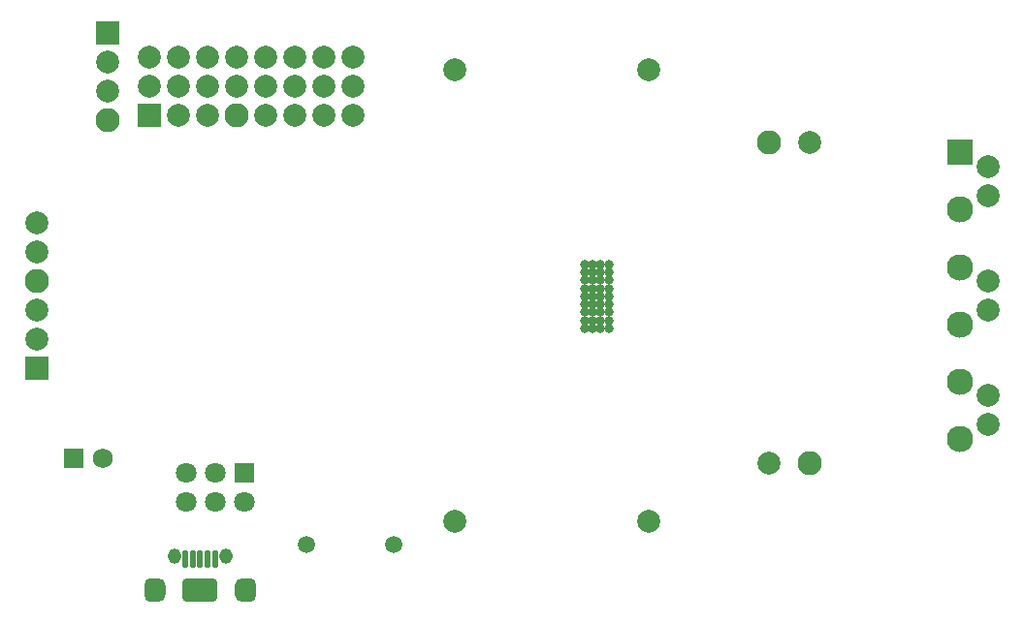
<source format=gts>
G04 Layer_Color=8388736*
%FSLAX43Y43*%
%MOMM*%
G71*
G01*
G75*
G04:AMPARAMS|DCode=71|XSize=2mm|YSize=1.8mm|CornerRadius=0.56mm|HoleSize=0mm|Usage=FLASHONLY|Rotation=270.000|XOffset=0mm|YOffset=0mm|HoleType=Round|Shape=RoundedRectangle|*
%AMROUNDEDRECTD71*
21,1,2.000,0.680,0,0,270.0*
21,1,0.880,1.800,0,0,270.0*
1,1,1.120,-0.340,-0.440*
1,1,1.120,-0.340,0.440*
1,1,1.120,0.340,0.440*
1,1,1.120,0.340,-0.440*
%
%ADD71ROUNDEDRECTD71*%
G04:AMPARAMS|DCode=72|XSize=1.45mm|YSize=0.5mm|CornerRadius=0.1mm|HoleSize=0mm|Usage=FLASHONLY|Rotation=90.000|XOffset=0mm|YOffset=0mm|HoleType=Round|Shape=RoundedRectangle|*
%AMROUNDEDRECTD72*
21,1,1.450,0.300,0,0,90.0*
21,1,1.250,0.500,0,0,90.0*
1,1,0.200,0.150,0.625*
1,1,0.200,0.150,-0.625*
1,1,0.200,-0.150,-0.625*
1,1,0.200,-0.150,0.625*
%
%ADD72ROUNDEDRECTD72*%
G04:AMPARAMS|DCode=73|XSize=2mm|YSize=3mm|CornerRadius=0.287mm|HoleSize=0mm|Usage=FLASHONLY|Rotation=90.000|XOffset=0mm|YOffset=0mm|HoleType=Round|Shape=RoundedRectangle|*
%AMROUNDEDRECTD73*
21,1,2.000,2.425,0,0,90.0*
21,1,1.425,3.000,0,0,90.0*
1,1,0.575,1.212,0.713*
1,1,0.575,1.212,-0.713*
1,1,0.575,-1.212,-0.713*
1,1,0.575,-1.212,0.713*
%
%ADD73ROUNDEDRECTD73*%
%ADD74C,2.000*%
%ADD75C,2.103*%
G04:AMPARAMS|DCode=76|XSize=2mm|YSize=1.3mm|CornerRadius=0.41mm|HoleSize=0mm|Usage=FLASHONLY|Rotation=270.000|XOffset=0mm|YOffset=0mm|HoleType=Round|Shape=RoundedRectangle|*
%AMROUNDEDRECTD76*
21,1,2.000,0.480,0,0,270.0*
21,1,1.180,1.300,0,0,270.0*
1,1,0.820,-0.240,-0.590*
1,1,0.820,-0.240,0.590*
1,1,0.820,0.240,0.590*
1,1,0.820,0.240,-0.590*
%
%ADD76ROUNDEDRECTD76*%
%ADD77O,1.150X1.350*%
%ADD78R,1.800X1.800*%
%ADD79C,1.800*%
%ADD80C,1.500*%
%ADD81R,2.000X2.000*%
%ADD82C,0.100*%
%ADD83C,2.300*%
%ADD84R,2.300X2.300*%
%ADD85R,2.000X2.000*%
%ADD86C,1.751*%
%ADD87R,1.751X1.751*%
%ADD88C,0.800*%
D71*
X21125Y2300D02*
D03*
X13275Y2300D02*
D03*
D72*
X18500Y4975D02*
D03*
X17850D02*
D03*
X17200D02*
D03*
X16550D02*
D03*
X15900D02*
D03*
D73*
X17200Y2300D02*
D03*
D74*
X70400Y41400D02*
D03*
X66900Y13400D02*
D03*
X56400Y47786D02*
D03*
X39400D02*
D03*
X56400Y8286D02*
D03*
X39400D02*
D03*
X2900Y34391D02*
D03*
Y26771D02*
D03*
Y24231D02*
D03*
Y31851D02*
D03*
X9150Y45890D02*
D03*
X9150Y48430D02*
D03*
X85976Y29286D02*
D03*
Y26786D02*
D03*
Y19286D02*
D03*
Y16786D02*
D03*
Y39286D02*
D03*
Y36786D02*
D03*
X15290Y43750D02*
D03*
X17830D02*
D03*
X20370Y46290D02*
D03*
X17830D02*
D03*
X15290D02*
D03*
X12750D02*
D03*
Y48830D02*
D03*
X15290D02*
D03*
X17830D02*
D03*
X20370D02*
D03*
X27990D02*
D03*
X30530D02*
D03*
X25450D02*
D03*
X22910D02*
D03*
Y46290D02*
D03*
X25450D02*
D03*
X30530D02*
D03*
X27990D02*
D03*
Y43750D02*
D03*
X30530D02*
D03*
X25450D02*
D03*
X22910D02*
D03*
D75*
X66900Y41400D02*
D03*
X70400Y13400D02*
D03*
X2900Y29311D02*
D03*
X9150Y43350D02*
D03*
X20370Y43750D02*
D03*
D76*
X21375Y2300D02*
D03*
X13025Y2300D02*
D03*
D77*
X14975Y5300D02*
D03*
X19425D02*
D03*
D78*
X21040Y12575D02*
D03*
D79*
X18500D02*
D03*
X15960D02*
D03*
X15960Y10035D02*
D03*
X18500Y10035D02*
D03*
X21040Y10035D02*
D03*
D80*
X34100Y6300D02*
D03*
X26500D02*
D03*
D81*
X2900Y21691D02*
D03*
X9150Y50970D02*
D03*
D82*
X3500Y3500D02*
D03*
Y52500D02*
D03*
X61500D02*
D03*
Y3500D02*
D03*
D83*
X83576Y20536D02*
D03*
X83576Y30536D02*
D03*
X83576Y35536D02*
D03*
X83576Y25536D02*
D03*
Y15536D02*
D03*
D84*
Y40536D02*
D03*
D85*
X12750Y43750D02*
D03*
D86*
X8670Y13800D02*
D03*
D87*
X6130D02*
D03*
D88*
X51467Y28664D02*
D03*
X50767Y28664D02*
D03*
X52167Y28664D02*
D03*
X51467Y27964D02*
D03*
X50767Y27964D02*
D03*
X52167Y27964D02*
D03*
X51467Y27264D02*
D03*
X50767Y27264D02*
D03*
X52167Y27264D02*
D03*
X51467Y26564D02*
D03*
X50767Y26564D02*
D03*
X52167Y26564D02*
D03*
Y25164D02*
D03*
Y25864D02*
D03*
X50767Y25864D02*
D03*
X51467Y25864D02*
D03*
X50767Y25164D02*
D03*
X51467Y25164D02*
D03*
X52167Y29364D02*
D03*
X50767Y29364D02*
D03*
X51467Y29364D02*
D03*
X52167Y30064D02*
D03*
X50767Y30064D02*
D03*
X51467Y30064D02*
D03*
X52167Y30764D02*
D03*
X50767Y30764D02*
D03*
X51467Y30764D02*
D03*
X52867Y30764D02*
D03*
Y30064D02*
D03*
Y29364D02*
D03*
Y25164D02*
D03*
Y25864D02*
D03*
Y26564D02*
D03*
Y27264D02*
D03*
Y27964D02*
D03*
Y28664D02*
D03*
M02*

</source>
